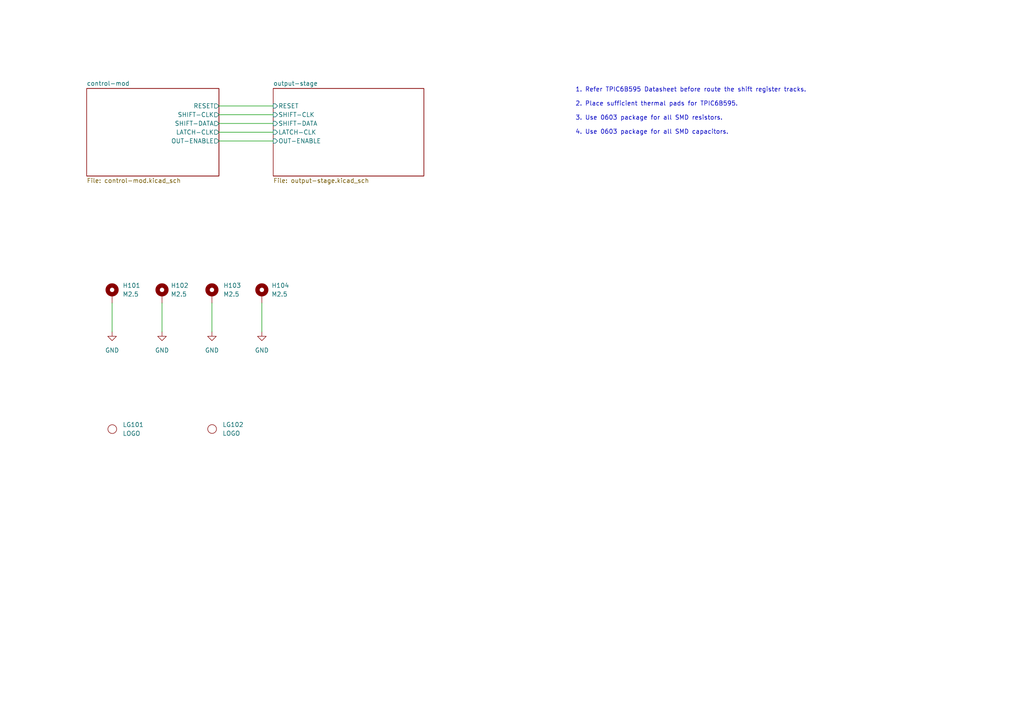
<source format=kicad_sch>
(kicad_sch (version 20230121) (generator eeschema)
  (paper "A4")
  (title_block (title "24-Channel USB Relay Driver") (date "2024-01-11") (rev "1.1.0") (company "simtelic.com") (comment 1 "https://gitlab.com/simtelic/el0001-24ch-usb-relay-driver") (comment 2 "EL0001"))
  (lib_symbols
    (symbol "Mechanical:MountingHole_Pad" (pin_numbers hide) (pin_names (offset 1.016) hide)
      (property "Reference" "H" (at 0 6.35 0))
      (property "Value" "MountingHole_Pad" (at 0 4.445 0))
      (symbol "MountingHole_Pad_0_1"
        (circle (center 0 1.27) (radius 1.27) (stroke (width 1.27)))
      )
      (symbol "MountingHole_Pad_1_1"
        (pin input line (at 0 -2.54 90) (length 2.54) (name "1") (number "1"))
      )
    )
    (symbol "elect-generic-ic:LOGO" (pin_numbers hide) (pin_names (offset 0) hide)
      (property "Reference" "LG" (at 0 -3.175 0))
      (property "Value" "LOGO" (at 0 3.175 0))
      (symbol "LOGO_0_1"
        (circle (center 0 0) (radius 1.27))
      )
    )
    (symbol "power:GND" (power) (pin_names (offset 0))
      (property "Value" "GND" (at 0 -3.81 0))
      (symbol "GND_0_1"
        (polyline (pts (xy 0 0) (xy 0 -1.27) (xy 1.27 -1.27) (xy 0 -2.54) (xy -1.27 -1.27) (xy 0 -1.27)))
      )
      (symbol "GND_1_1"
        (pin power_in line (at 0 0 270) (length 0) hide (name "GND") (number "1"))
      )
    )
  )
  (wire (pts (xy 46.99 87.884) (xy 46.99 96.266)))
  (wire (pts (xy 63.5 38.354) (xy 79.248 38.354)))
  (wire (pts (xy 32.512 87.884) (xy 32.512 96.266)))
  (wire (pts (xy 63.5 40.894) (xy 79.248 40.894)))
  (wire (pts (xy 63.5 33.274) (xy 79.248 33.274)))
  (wire (pts (xy 63.5 35.814) (xy 79.248 35.814)))
  (wire (pts (xy 61.468 87.884) (xy 61.468 96.266)))
  (wire (pts (xy 63.5 30.734) (xy 79.248 30.734)))
  (wire (pts (xy 75.946 87.884) (xy 75.946 96.266)))
  (text "1. Refer TPIC6B595 Datasheet before route the shift register tracks. \n\n2. Place sufficient thermal pads for TPIC6B595.\n\n3. Use 0603 package for all SMD resistors.\n\n4. Use 0603 package for all SMD capacitors." (at 166.878 39.116 0) (effects (font (size 1.27 1.27)) (justify left bottom)))
  (symbol (lib_id "elect-generic-ic:LOGO") (at 61.5188 124.4346 0) (unit 1)
    (property "Reference" "LG102" (at 64.516 123.1645 0) (effects (justify left)))
    (property "Value" "LOGO" (at 64.516 125.7045 0) (effects (justify left)))
    (property "Footprint" "simtelic:simtelic-name-5" (effects hide))
  )
  (symbol (lib_id "power:GND") (at 32.512 96.266 0) (unit 1)
    (property "Reference" "#PWR0101" (effects hide))
    (property "Value" "GND" (at 32.512 101.6 0))
  )
  (symbol (lib_id "power:GND") (at 61.468 96.266 0) (unit 1)
    (property "Reference" "#PWR0103" (effects hide))
    (property "Value" "GND" (at 61.468 101.6 0))
  )
  (symbol (lib_id "power:GND") (at 46.99 96.266 0) (unit 1)
    (property "Reference" "#PWR0102" (effects hide))
    (property "Value" "GND" (at 46.99 101.6 0))
  )
  (symbol (lib_id "Mechanical:MountingHole_Pad") (at 46.99 85.344 0) (unit 1)
    (property "Reference" "H102" (at 49.53 82.8039 0) (effects (justify left)))
    (property "Value" "M2.5" (at 49.53 85.3439 0) (effects (justify left)))
    (property "Footprint" "MountingHole:MountingHole_2.5mm_Pad" (effects hide))
  )
  (symbol (lib_id "Mechanical:MountingHole_Pad") (at 32.512 85.344 0) (unit 1)
    (property "Reference" "H101" (at 35.56 82.8039 0) (effects (justify left)))
    (property "Value" "M2.5" (at 35.56 85.3439 0) (effects (justify left)))
    (property "Footprint" "MountingHole:MountingHole_2.5mm_Pad" (effects hide))
  )
  (symbol (lib_id "Mechanical:MountingHole_Pad") (at 75.946 85.344 0) (unit 1)
    (property "Reference" "H104" (at 78.74 82.8039 0) (effects (justify left)))
    (property "Value" "M2.5" (at 78.74 85.3439 0) (effects (justify left)))
    (property "Footprint" "MountingHole:MountingHole_2.5mm_Pad" (effects hide))
  )
  (symbol (lib_id "elect-generic-ic:LOGO") (at 32.5628 124.46 0) (unit 1)
    (property "Reference" "LG101" (at 35.56 123.1899 0) (effects (justify left)))
    (property "Value" "LOGO" (at 35.56 125.7299 0) (effects (justify left)))
    (property "Footprint" "simtelic:simtelic-5" (effects hide))
  )
  (symbol (lib_id "Mechanical:MountingHole_Pad") (at 61.468 85.344 0) (unit 1)
    (property "Reference" "H103" (at 64.77 82.8039 0) (effects (justify left)))
    (property "Value" "M2.5" (at 64.77 85.3439 0) (effects (justify left)))
    (property "Footprint" "MountingHole:MountingHole_2.5mm_Pad" (effects hide))
  )
  (symbol (lib_id "power:GND") (at 75.946 96.266 0) (unit 1)
    (property "Reference" "#PWR0104" (effects hide))
    (property "Value" "GND" (at 75.946 101.6 0))
  )
  (sheet (at 79.248 25.654) (size 43.688 25.4) (stroke (width 0.1524))
    (property "Sheetname" "output-stage" (at 79.248 24.9424 0) (effects (justify left bottom)))
    (property "Sheetfile" "output-stage.kicad_sch" (at 79.248 51.6386 0) (effects (justify left top)))
    (pin "OUT-ENABLE" input (at 79.248 40.894 180))
    (pin "LATCH-CLK" input (at 79.248 38.354 180))
    (pin "SHIFT-DATA" input (at 79.248 35.814 180))
    (pin "SHIFT-CLK" input (at 79.248 33.274 180))
    (pin "RESET" input (at 79.248 30.734 180))
  )
  (sheet (at 25.146 25.654) (size 38.354 25.4) (stroke (width 0.1524))
    (property "Sheetname" "control-mod" (at 25.146 24.9424 0) (effects (justify left bottom)))
    (property "Sheetfile" "control-mod.kicad_sch" (at 25.146 51.6386 0) (effects (justify left top)))
    (pin "RESET" output (at 63.5 30.734 0))
    (pin "SHIFT-CLK" output (at 63.5 33.274 0))
    (pin "SHIFT-DATA" output (at 63.5 35.814 0))
    (pin "LATCH-CLK" output (at 63.5 38.354 0))
    (pin "OUT-ENABLE" output (at 63.5 40.894 0))
  )
)
</source>
